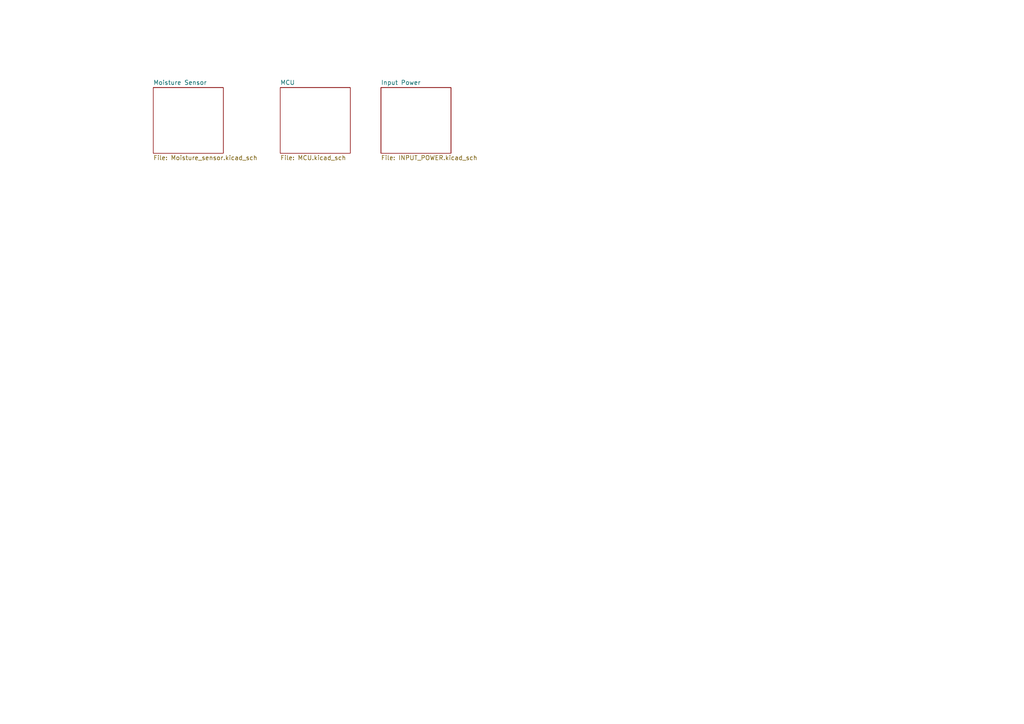
<source format=kicad_sch>
(kicad_sch
	(version 20250114)
	(generator "eeschema")
	(generator_version "9.0")
	(uuid "09468f75-1295-4aed-9d66-1cbb46f6d9f7")
	(paper "A4")
	(lib_symbols)
	(sheet
		(at 44.45 25.4)
		(size 20.32 19.05)
		(exclude_from_sim no)
		(in_bom yes)
		(on_board yes)
		(dnp no)
		(fields_autoplaced yes)
		(stroke
			(width 0.1524)
			(type solid)
		)
		(fill
			(color 0 0 0 0.0000)
		)
		(uuid "85e6dc6f-9ecf-46c8-b531-16bea54980b8")
		(property "Sheetname" "Moisture Sensor"
			(at 44.45 24.6884 0)
			(effects
				(font
					(size 1.27 1.27)
				)
				(justify left bottom)
			)
		)
		(property "Sheetfile" "Moisture_sensor.kicad_sch"
			(at 44.45 45.0346 0)
			(effects
				(font
					(size 1.27 1.27)
				)
				(justify left top)
			)
		)
		(instances
			(project "WashingLineMonitor-P0001"
				(path "/09468f75-1295-4aed-9d66-1cbb46f6d9f7"
					(page "2")
				)
			)
		)
	)
	(sheet
		(at 81.28 25.4)
		(size 20.32 19.05)
		(exclude_from_sim no)
		(in_bom yes)
		(on_board yes)
		(dnp no)
		(fields_autoplaced yes)
		(stroke
			(width 0.1524)
			(type solid)
		)
		(fill
			(color 0 0 0 0.0000)
		)
		(uuid "e08ac9de-dc6d-4cae-9407-56af78bc3f75")
		(property "Sheetname" "MCU"
			(at 81.28 24.6884 0)
			(effects
				(font
					(size 1.27 1.27)
				)
				(justify left bottom)
			)
		)
		(property "Sheetfile" "MCU.kicad_sch"
			(at 81.28 45.0346 0)
			(effects
				(font
					(size 1.27 1.27)
				)
				(justify left top)
			)
		)
		(instances
			(project "WashingLineMonitor-P0001"
				(path "/09468f75-1295-4aed-9d66-1cbb46f6d9f7"
					(page "3")
				)
			)
		)
	)
	(sheet
		(at 110.49 25.4)
		(size 20.32 19.05)
		(exclude_from_sim no)
		(in_bom yes)
		(on_board yes)
		(dnp no)
		(fields_autoplaced yes)
		(stroke
			(width 0.1524)
			(type solid)
		)
		(fill
			(color 0 0 0 0.0000)
		)
		(uuid "fe242c69-4638-4ad9-952b-9c215da932fb")
		(property "Sheetname" "Input Power"
			(at 110.49 24.6884 0)
			(effects
				(font
					(size 1.27 1.27)
				)
				(justify left bottom)
			)
		)
		(property "Sheetfile" "INPUT_POWER.kicad_sch"
			(at 110.49 45.0346 0)
			(effects
				(font
					(size 1.27 1.27)
				)
				(justify left top)
			)
		)
		(instances
			(project "WashingLineMonitor-P0001"
				(path "/09468f75-1295-4aed-9d66-1cbb46f6d9f7"
					(page "4")
				)
			)
		)
	)
	(sheet_instances
		(path "/"
			(page "1")
		)
	)
	(embedded_fonts no)
)

</source>
